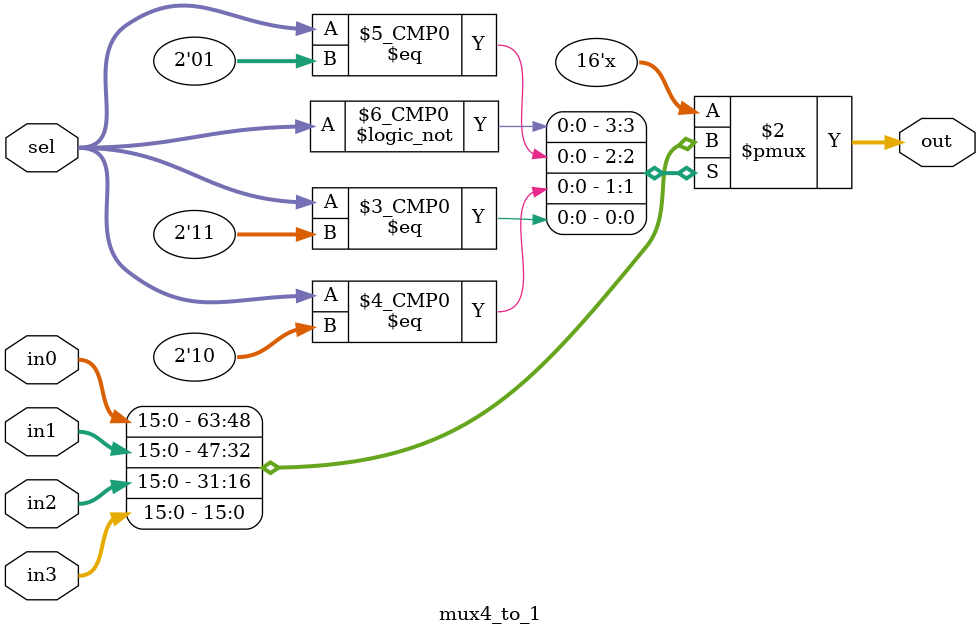
<source format=v>
/*************************************************************
Design Name 	: 
File Name   	: .v
Function    	: 
Coder		    	: 
Last Modified	: 
*************************************************************/

module mux4_to_1(in0,in1,in2,in3,sel,out);
	input [15:0] in0,in1,in2,in3;
	input [1:0] sel;
	output [15:0] out;

	reg [15:0] out;

	always @(sel or in0 or in1 or in2 or in3)
	begin
		case(sel)
			2'b00: out=in0;
			2'b01: out=in1;
			2'b10: out=in2;
			2'b11: out=in3;
		endcase
	end

endmodule

</source>
